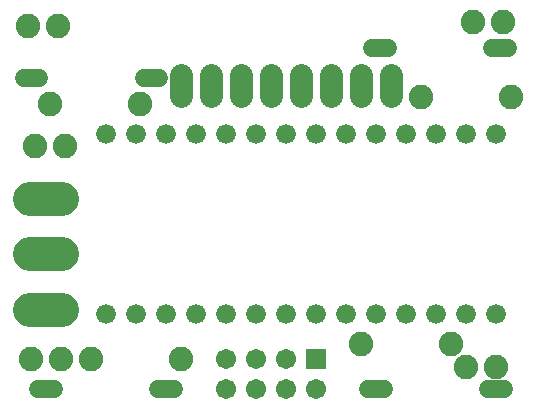
<source format=gbr>
G04 EAGLE Gerber RS-274X export*
G75*
%MOMM*%
%FSLAX34Y34*%
%LPD*%
%INSoldermask Bottom*%
%IPPOS*%
%AMOC8*
5,1,8,0,0,1.08239X$1,22.5*%
G01*
%ADD10C,1.524000*%
%ADD11C,2.082800*%
%ADD12R,1.711200X1.711200*%
%ADD13C,1.711200*%
%ADD14C,2.908300*%
%ADD15C,1.981200*%
%ADD16C,1.676400*%


D10*
X-81788Y115824D02*
X-94996Y115824D01*
X-183388Y115824D02*
X-196596Y115824D01*
X196596Y-147828D02*
X209804Y-147828D01*
X108204Y-147828D02*
X94996Y-147828D01*
X-171196Y-147828D02*
X-184404Y-147828D01*
X-82804Y-147828D02*
X-69596Y-147828D01*
X98298Y140970D02*
X111506Y140970D01*
X199898Y140970D02*
X213106Y140970D01*
D11*
X-186944Y58420D03*
X-161544Y58420D03*
X-167640Y159766D03*
X-193040Y159766D03*
X203200Y-128778D03*
X177800Y-128778D03*
X-190500Y-122428D03*
X-165100Y-122428D03*
X184150Y162814D03*
X209550Y162814D03*
D12*
X50800Y-122428D03*
D13*
X-25400Y-147828D03*
X0Y-147828D03*
X25400Y-147828D03*
X50800Y-147828D03*
X25400Y-122428D03*
X0Y-122428D03*
X-25400Y-122428D03*
D11*
X215900Y99822D03*
X139700Y99822D03*
X-139700Y-122428D03*
X-63500Y-122428D03*
X-98044Y93472D03*
X-174244Y93472D03*
X88900Y-109728D03*
X165100Y-109728D03*
D14*
X-164275Y13462D02*
X-191326Y13462D01*
X-191326Y-33528D02*
X-164275Y-33528D01*
X-164275Y-80518D02*
X-191326Y-80518D01*
D15*
X12700Y100330D02*
X12700Y118110D01*
X38100Y118110D02*
X38100Y100330D01*
X-12700Y100330D02*
X-12700Y118110D01*
X-38100Y118110D02*
X-38100Y100330D01*
X-63500Y100330D02*
X-63500Y118110D01*
X63500Y118110D02*
X63500Y100330D01*
X88900Y100330D02*
X88900Y118110D01*
X114300Y118110D02*
X114300Y100330D01*
D16*
X203200Y68072D03*
X177800Y68072D03*
X152400Y68072D03*
X127000Y68072D03*
X101600Y68072D03*
X76200Y68072D03*
X50800Y68072D03*
X25400Y68072D03*
X0Y68072D03*
X-25400Y68072D03*
X-50800Y68072D03*
X-76200Y68072D03*
X-101600Y68072D03*
X-127000Y68072D03*
X-127000Y-84328D03*
X-101600Y-84328D03*
X-76200Y-84328D03*
X-50800Y-84328D03*
X-25400Y-84328D03*
X0Y-84328D03*
X25400Y-84328D03*
X50800Y-84328D03*
X76200Y-84328D03*
X101600Y-84328D03*
X127000Y-84328D03*
X152400Y-84328D03*
X177800Y-84328D03*
X203200Y-84328D03*
M02*

</source>
